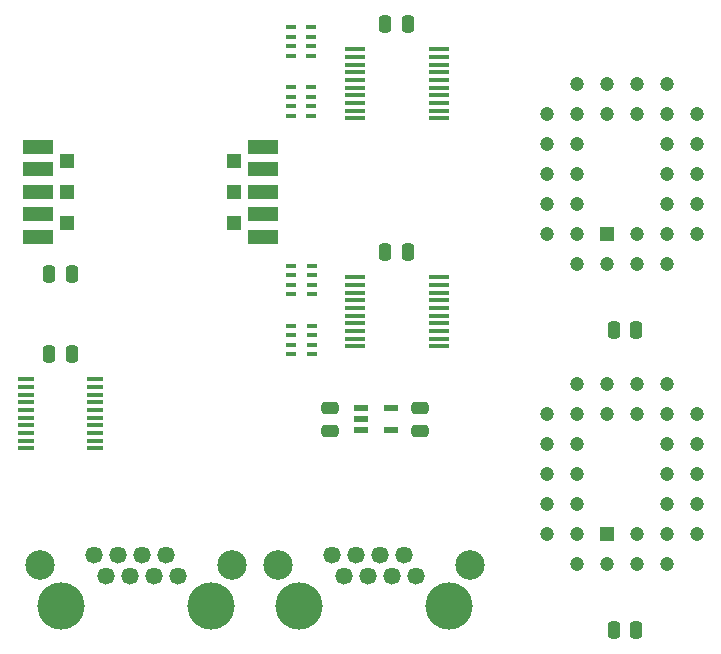
<source format=gts>
%TF.GenerationSoftware,KiCad,Pcbnew,8.0.7*%
%TF.CreationDate,2025-02-08T22:14:50+02:00*%
%TF.ProjectId,LED Digit Tester,4c454420-4469-4676-9974-205465737465,V0*%
%TF.SameCoordinates,Original*%
%TF.FileFunction,Soldermask,Top*%
%TF.FilePolarity,Negative*%
%FSLAX46Y46*%
G04 Gerber Fmt 4.6, Leading zero omitted, Abs format (unit mm)*
G04 Created by KiCad (PCBNEW 8.0.7) date 2025-02-08 22:14:50*
%MOMM*%
%LPD*%
G01*
G04 APERTURE LIST*
G04 Aperture macros list*
%AMRoundRect*
0 Rectangle with rounded corners*
0 $1 Rounding radius*
0 $2 $3 $4 $5 $6 $7 $8 $9 X,Y pos of 4 corners*
0 Add a 4 corners polygon primitive as box body*
4,1,4,$2,$3,$4,$5,$6,$7,$8,$9,$2,$3,0*
0 Add four circle primitives for the rounded corners*
1,1,$1+$1,$2,$3*
1,1,$1+$1,$4,$5*
1,1,$1+$1,$6,$7*
1,1,$1+$1,$8,$9*
0 Add four rect primitives between the rounded corners*
20,1,$1+$1,$2,$3,$4,$5,0*
20,1,$1+$1,$4,$5,$6,$7,0*
20,1,$1+$1,$6,$7,$8,$9,0*
20,1,$1+$1,$8,$9,$2,$3,0*%
G04 Aperture macros list end*
%ADD10R,1.800000X0.450000*%
%ADD11R,0.900000X0.450000*%
%ADD12RoundRect,0.250000X0.250000X0.475000X-0.250000X0.475000X-0.250000X-0.475000X0.250000X-0.475000X0*%
%ADD13RoundRect,0.250000X0.475000X-0.250000X0.475000X0.250000X-0.475000X0.250000X-0.475000X-0.250000X0*%
%ADD14R,2.500000X1.200000*%
%ADD15R,1.300000X1.300000*%
%ADD16R,1.200000X1.200000*%
%ADD17C,1.200000*%
%ADD18C,4.000000*%
%ADD19C,1.470000*%
%ADD20C,2.500000*%
%ADD21R,1.150000X0.600000*%
%ADD22RoundRect,0.250000X-0.250000X-0.475000X0.250000X-0.475000X0.250000X0.475000X-0.250000X0.475000X0*%
%ADD23R,1.475000X0.450000*%
G04 APERTURE END LIST*
D10*
%TO.C,IC2*%
X26678000Y24387000D03*
X26678000Y23737000D03*
X26678000Y23087000D03*
X26678000Y22437000D03*
X26678000Y21787000D03*
X26678000Y21137000D03*
X26678000Y20487000D03*
X26678000Y19837000D03*
X26678000Y19187000D03*
X26678000Y18537000D03*
X33778000Y18537000D03*
X33778000Y19187000D03*
X33778000Y19837000D03*
X33778000Y20487000D03*
X33778000Y21137000D03*
X33778000Y21787000D03*
X33778000Y22437000D03*
X33778000Y23087000D03*
X33778000Y23737000D03*
X33778000Y24387000D03*
%TD*%
D11*
%TO.C,RN4*%
X21250000Y45541200D03*
X21250000Y44741200D03*
X21250000Y43941200D03*
X21250000Y43141200D03*
X22950000Y43141200D03*
X22950000Y43941200D03*
X22950000Y44741200D03*
X22950000Y45541200D03*
%TD*%
%TO.C,RN2*%
X21328000Y25348000D03*
X21328000Y24548000D03*
X21328000Y23748000D03*
X21328000Y22948000D03*
X23028000Y22948000D03*
X23028000Y23748000D03*
X23028000Y24548000D03*
X23028000Y25348000D03*
%TD*%
D12*
%TO.C,C5*%
X2712000Y24638000D03*
X812000Y24638000D03*
%TD*%
D13*
%TO.C,C6*%
X24584000Y11382000D03*
X24584000Y13282000D03*
%TD*%
D14*
%TO.C,DS1*%
X18900000Y27822000D03*
X18900000Y29722000D03*
X18900000Y31622000D03*
X18900000Y33522000D03*
X18900000Y35422000D03*
D15*
X16500000Y34222000D03*
X16500000Y31622000D03*
X16500000Y29022000D03*
X2300000Y29022000D03*
X2300000Y31622000D03*
X2300000Y34222000D03*
D14*
X-100000Y35422000D03*
X-100000Y33522000D03*
X-100000Y31622000D03*
X-100000Y29722000D03*
X-100000Y27822000D03*
%TD*%
D16*
%TO.C,IC6*%
X48008000Y2666000D03*
D17*
X50548000Y126000D03*
X50548000Y2666000D03*
X53088000Y126000D03*
X55628000Y2666000D03*
X53088000Y2666000D03*
X55628000Y5206000D03*
X53088000Y5206000D03*
X55628000Y7746000D03*
X53088000Y7746000D03*
X55628000Y10286000D03*
X53088000Y10286000D03*
X55628000Y12826000D03*
X53088000Y15366000D03*
X53088000Y12826000D03*
X50548000Y15366000D03*
X50548000Y12826000D03*
X48008000Y15366000D03*
X48008000Y12826000D03*
X45468000Y15366000D03*
X42928000Y12826000D03*
X45468000Y12826000D03*
X42928000Y10286000D03*
X45468000Y10286000D03*
X42928000Y7746000D03*
X45468000Y7746000D03*
X42928000Y5206000D03*
X45468000Y5206000D03*
X42928000Y2666000D03*
X45468000Y126000D03*
X45468000Y2666000D03*
X48008000Y126000D03*
%TD*%
D18*
%TO.C,J1*%
X21975000Y-3431000D03*
X34675000Y-3431000D03*
D19*
X31905000Y-891000D03*
X30885000Y889000D03*
X29865000Y-891000D03*
X28845000Y889000D03*
X27825000Y-891000D03*
X26805000Y889000D03*
X25785000Y-891000D03*
X24765000Y889000D03*
D20*
X36455000Y-1000D03*
X20195000Y-1000D03*
%TD*%
D13*
%TO.C,C7*%
X32204000Y11382000D03*
X32204000Y13282000D03*
%TD*%
D21*
%TO.C,IC5*%
X27180000Y13334000D03*
X27180000Y12384000D03*
X27180000Y11434000D03*
X29780000Y11434000D03*
X29780000Y13334000D03*
%TD*%
D12*
%TO.C,C4*%
X31162000Y45816000D03*
X29262000Y45816000D03*
%TD*%
D10*
%TO.C,IC4*%
X26678000Y43691000D03*
X26678000Y43041000D03*
X26678000Y42391000D03*
X26678000Y41741000D03*
X26678000Y41091000D03*
X26678000Y40441000D03*
X26678000Y39791000D03*
X26678000Y39141000D03*
X26678000Y38491000D03*
X26678000Y37841000D03*
X33778000Y37841000D03*
X33778000Y38491000D03*
X33778000Y39141000D03*
X33778000Y39791000D03*
X33778000Y40441000D03*
X33778000Y41091000D03*
X33778000Y41741000D03*
X33778000Y42391000D03*
X33778000Y43041000D03*
X33778000Y43691000D03*
%TD*%
D22*
%TO.C,C1*%
X48598000Y19938000D03*
X50498000Y19938000D03*
%TD*%
D23*
%TO.C,IC7*%
X-1158000Y15751000D03*
X-1158000Y15101000D03*
X-1158000Y14451000D03*
X-1158000Y13801000D03*
X-1158000Y13151000D03*
X-1158000Y12501000D03*
X-1158000Y11851000D03*
X-1158000Y11201000D03*
X-1158000Y10551000D03*
X-1158000Y9901000D03*
X4718000Y9901000D03*
X4718000Y10551000D03*
X4718000Y11201000D03*
X4718000Y11851000D03*
X4718000Y12501000D03*
X4718000Y13151000D03*
X4718000Y13801000D03*
X4718000Y14451000D03*
X4718000Y15101000D03*
X4718000Y15751000D03*
%TD*%
D12*
%TO.C,C2*%
X31162000Y26542000D03*
X29262000Y26542000D03*
%TD*%
D18*
%TO.C,J2*%
X1780000Y-3430000D03*
X14480000Y-3430000D03*
D19*
X11710000Y-890000D03*
X10690000Y890000D03*
X9670000Y-890000D03*
X8650000Y890000D03*
X7630000Y-890000D03*
X6610000Y890000D03*
X5590000Y-890000D03*
X4570000Y890000D03*
D20*
X16260000Y0D03*
X0Y0D03*
%TD*%
D16*
%TO.C,IC1*%
X48008000Y28066000D03*
D17*
X50548000Y25526000D03*
X50548000Y28066000D03*
X53088000Y25526000D03*
X55628000Y28066000D03*
X53088000Y28066000D03*
X55628000Y30606000D03*
X53088000Y30606000D03*
X55628000Y33146000D03*
X53088000Y33146000D03*
X55628000Y35686000D03*
X53088000Y35686000D03*
X55628000Y38226000D03*
X53088000Y40766000D03*
X53088000Y38226000D03*
X50548000Y40766000D03*
X50548000Y38226000D03*
X48008000Y40766000D03*
X48008000Y38226000D03*
X45468000Y40766000D03*
X42928000Y38226000D03*
X45468000Y38226000D03*
X42928000Y35686000D03*
X45468000Y35686000D03*
X42928000Y33146000D03*
X45468000Y33146000D03*
X42928000Y30606000D03*
X45468000Y30606000D03*
X42928000Y28066000D03*
X45468000Y25526000D03*
X45468000Y28066000D03*
X48008000Y25526000D03*
%TD*%
D11*
%TO.C,RN3*%
X21250000Y40461200D03*
X21250000Y39661200D03*
X21250000Y38861200D03*
X21250000Y38061200D03*
X22950000Y38061200D03*
X22950000Y38861200D03*
X22950000Y39661200D03*
X22950000Y40461200D03*
%TD*%
D12*
%TO.C,C8*%
X2714000Y17906000D03*
X814000Y17906000D03*
%TD*%
D11*
%TO.C,RN1*%
X21328000Y20268000D03*
X21328000Y19468000D03*
X21328000Y18668000D03*
X21328000Y17868000D03*
X23028000Y17868000D03*
X23028000Y18668000D03*
X23028000Y19468000D03*
X23028000Y20268000D03*
%TD*%
D22*
%TO.C,C3*%
X48598000Y-5462000D03*
X50498000Y-5462000D03*
%TD*%
M02*

</source>
